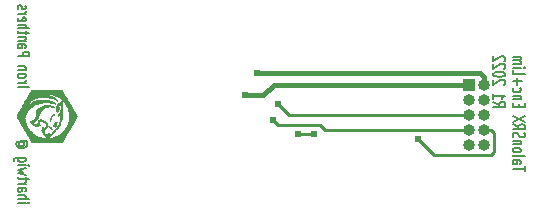
<source format=gbr>
%TF.GenerationSoftware,KiCad,Pcbnew,(5.1.6-0)*%
%TF.CreationDate,2022-05-02T22:36:42-07:00*%
%TF.ProjectId,talonsrx-enc-limit-ftc,74616c6f-6e73-4727-982d-656e632d6c69,rev?*%
%TF.SameCoordinates,PX695f190PY69fa208*%
%TF.FileFunction,Copper,L2,Bot*%
%TF.FilePolarity,Positive*%
%FSLAX46Y46*%
G04 Gerber Fmt 4.6, Leading zero omitted, Abs format (unit mm)*
G04 Created by KiCad (PCBNEW (5.1.6-0)) date 2022-05-02 22:36:42*
%MOMM*%
%LPD*%
G01*
G04 APERTURE LIST*
%TA.AperFunction,NonConductor*%
%ADD10C,0.152400*%
%TD*%
%TA.AperFunction,EtchedComponent*%
%ADD11C,0.010000*%
%TD*%
%TA.AperFunction,ComponentPad*%
%ADD12R,1.000000X1.000000*%
%TD*%
%TA.AperFunction,ComponentPad*%
%ADD13O,1.000000X1.000000*%
%TD*%
%TA.AperFunction,ViaPad*%
%ADD14C,0.609600*%
%TD*%
%TA.AperFunction,Conductor*%
%ADD15C,0.254000*%
%TD*%
%TA.AperFunction,Conductor*%
%ADD16C,0.457200*%
%TD*%
G04 APERTURE END LIST*
D10*
X43483819Y9211274D02*
X43483819Y9611274D01*
X42483819Y9411274D02*
X43483819Y9411274D01*
X42483819Y10144607D02*
X43007628Y10144607D01*
X43102866Y10111274D01*
X43150485Y10044607D01*
X43150485Y9911274D01*
X43102866Y9844607D01*
X42531438Y10144607D02*
X42483819Y10077940D01*
X42483819Y9911274D01*
X42531438Y9844607D01*
X42626676Y9811274D01*
X42721914Y9811274D01*
X42817152Y9844607D01*
X42864771Y9911274D01*
X42864771Y10077940D01*
X42912390Y10144607D01*
X42483819Y10577940D02*
X42531438Y10511274D01*
X42626676Y10477940D01*
X43483819Y10477940D01*
X42483819Y10944607D02*
X42531438Y10877940D01*
X42579057Y10844607D01*
X42674295Y10811274D01*
X42960009Y10811274D01*
X43055247Y10844607D01*
X43102866Y10877940D01*
X43150485Y10944607D01*
X43150485Y11044607D01*
X43102866Y11111274D01*
X43055247Y11144607D01*
X42960009Y11177940D01*
X42674295Y11177940D01*
X42579057Y11144607D01*
X42531438Y11111274D01*
X42483819Y11044607D01*
X42483819Y10944607D01*
X43150485Y11477940D02*
X42483819Y11477940D01*
X43055247Y11477940D02*
X43102866Y11511274D01*
X43150485Y11577940D01*
X43150485Y11677940D01*
X43102866Y11744607D01*
X43007628Y11777940D01*
X42483819Y11777940D01*
X42531438Y12077940D02*
X42483819Y12177940D01*
X42483819Y12344607D01*
X42531438Y12411274D01*
X42579057Y12444607D01*
X42674295Y12477940D01*
X42769533Y12477940D01*
X42864771Y12444607D01*
X42912390Y12411274D01*
X42960009Y12344607D01*
X43007628Y12211274D01*
X43055247Y12144607D01*
X43102866Y12111274D01*
X43198104Y12077940D01*
X43293342Y12077940D01*
X43388580Y12111274D01*
X43436200Y12144607D01*
X43483819Y12211274D01*
X43483819Y12377940D01*
X43436200Y12477940D01*
X42483819Y13177940D02*
X42960009Y12944607D01*
X42483819Y12777940D02*
X43483819Y12777940D01*
X43483819Y13044607D01*
X43436200Y13111274D01*
X43388580Y13144607D01*
X43293342Y13177940D01*
X43150485Y13177940D01*
X43055247Y13144607D01*
X43007628Y13111274D01*
X42960009Y13044607D01*
X42960009Y12777940D01*
X43483819Y13411274D02*
X42483819Y13877940D01*
X43483819Y13877940D02*
X42483819Y13411274D01*
X43007628Y14677940D02*
X43007628Y14911274D01*
X42483819Y15011274D02*
X42483819Y14677940D01*
X43483819Y14677940D01*
X43483819Y15011274D01*
X43150485Y15311274D02*
X42483819Y15311274D01*
X43055247Y15311274D02*
X43102866Y15344607D01*
X43150485Y15411274D01*
X43150485Y15511274D01*
X43102866Y15577940D01*
X43007628Y15611274D01*
X42483819Y15611274D01*
X42531438Y16244607D02*
X42483819Y16177940D01*
X42483819Y16044607D01*
X42531438Y15977940D01*
X42579057Y15944607D01*
X42674295Y15911274D01*
X42960009Y15911274D01*
X43055247Y15944607D01*
X43102866Y15977940D01*
X43150485Y16044607D01*
X43150485Y16177940D01*
X43102866Y16244607D01*
X42864771Y16544607D02*
X42864771Y17077940D01*
X42483819Y16811274D02*
X43245723Y16811274D01*
X42483819Y17744607D02*
X42483819Y17411274D01*
X43483819Y17411274D01*
X42483819Y17977940D02*
X43150485Y17977940D01*
X43483819Y17977940D02*
X43436200Y17944607D01*
X43388580Y17977940D01*
X43436200Y18011274D01*
X43483819Y17977940D01*
X43388580Y17977940D01*
X42483819Y18311274D02*
X43150485Y18311274D01*
X43055247Y18311274D02*
X43102866Y18344607D01*
X43150485Y18411274D01*
X43150485Y18511274D01*
X43102866Y18577940D01*
X43007628Y18611274D01*
X42483819Y18611274D01*
X43007628Y18611274D02*
X43102866Y18644607D01*
X43150485Y18711274D01*
X43150485Y18811274D01*
X43102866Y18877940D01*
X43007628Y18911274D01*
X42483819Y18911274D01*
X40831419Y15077940D02*
X41307609Y14844607D01*
X40831419Y14677940D02*
X41831419Y14677940D01*
X41831419Y14944607D01*
X41783800Y15011274D01*
X41736180Y15044607D01*
X41640942Y15077940D01*
X41498085Y15077940D01*
X41402847Y15044607D01*
X41355228Y15011274D01*
X41307609Y14944607D01*
X41307609Y14677940D01*
X40831419Y15744607D02*
X40831419Y15344607D01*
X40831419Y15544607D02*
X41831419Y15544607D01*
X41688561Y15477940D01*
X41593323Y15411274D01*
X41545704Y15344607D01*
X41736180Y16544607D02*
X41783800Y16577940D01*
X41831419Y16644607D01*
X41831419Y16811274D01*
X41783800Y16877940D01*
X41736180Y16911274D01*
X41640942Y16944607D01*
X41545704Y16944607D01*
X41402847Y16911274D01*
X40831419Y16511274D01*
X40831419Y16944607D01*
X41831419Y17377940D02*
X41831419Y17444607D01*
X41783800Y17511274D01*
X41736180Y17544607D01*
X41640942Y17577940D01*
X41450466Y17611274D01*
X41212371Y17611274D01*
X41021895Y17577940D01*
X40926657Y17544607D01*
X40879038Y17511274D01*
X40831419Y17444607D01*
X40831419Y17377940D01*
X40879038Y17311274D01*
X40926657Y17277940D01*
X41021895Y17244607D01*
X41212371Y17211274D01*
X41450466Y17211274D01*
X41640942Y17244607D01*
X41736180Y17277940D01*
X41783800Y17311274D01*
X41831419Y17377940D01*
X41736180Y17877940D02*
X41783800Y17911274D01*
X41831419Y17977940D01*
X41831419Y18144607D01*
X41783800Y18211274D01*
X41736180Y18244607D01*
X41640942Y18277940D01*
X41545704Y18277940D01*
X41402847Y18244607D01*
X40831419Y17844607D01*
X40831419Y18277940D01*
X41736180Y18544607D02*
X41783800Y18577940D01*
X41831419Y18644607D01*
X41831419Y18811274D01*
X41783800Y18877940D01*
X41736180Y18911274D01*
X41640942Y18944607D01*
X41545704Y18944607D01*
X41402847Y18911274D01*
X40831419Y18511274D01*
X40831419Y18944607D01*
X557619Y6541667D02*
X1224285Y6541667D01*
X1557619Y6541667D02*
X1510000Y6508334D01*
X1462380Y6541667D01*
X1510000Y6575000D01*
X1557619Y6541667D01*
X1462380Y6541667D01*
X557619Y6875000D02*
X1557619Y6875000D01*
X557619Y7175000D02*
X1081428Y7175000D01*
X1176666Y7141667D01*
X1224285Y7075000D01*
X1224285Y6975000D01*
X1176666Y6908334D01*
X1129047Y6875000D01*
X557619Y7808334D02*
X1081428Y7808334D01*
X1176666Y7775000D01*
X1224285Y7708334D01*
X1224285Y7575000D01*
X1176666Y7508334D01*
X605238Y7808334D02*
X557619Y7741667D01*
X557619Y7575000D01*
X605238Y7508334D01*
X700476Y7475000D01*
X795714Y7475000D01*
X890952Y7508334D01*
X938571Y7575000D01*
X938571Y7741667D01*
X986190Y7808334D01*
X557619Y8141667D02*
X1224285Y8141667D01*
X1033809Y8141667D02*
X1129047Y8175000D01*
X1176666Y8208334D01*
X1224285Y8275000D01*
X1224285Y8341667D01*
X1224285Y8475000D02*
X1224285Y8741667D01*
X1557619Y8575000D02*
X700476Y8575000D01*
X605238Y8608334D01*
X557619Y8675000D01*
X557619Y8741667D01*
X1224285Y8908334D02*
X557619Y9041667D01*
X1033809Y9175000D01*
X557619Y9308334D01*
X1224285Y9441667D01*
X557619Y9708334D02*
X1224285Y9708334D01*
X1557619Y9708334D02*
X1510000Y9675000D01*
X1462380Y9708334D01*
X1510000Y9741667D01*
X1557619Y9708334D01*
X1462380Y9708334D01*
X1224285Y10341667D02*
X414761Y10341667D01*
X319523Y10308334D01*
X271904Y10275000D01*
X224285Y10208334D01*
X224285Y10108334D01*
X271904Y10041667D01*
X605238Y10341667D02*
X557619Y10275000D01*
X557619Y10141667D01*
X605238Y10075000D01*
X652857Y10041667D01*
X748095Y10008334D01*
X1033809Y10008334D01*
X1129047Y10041667D01*
X1176666Y10075000D01*
X1224285Y10141667D01*
X1224285Y10275000D01*
X1176666Y10341667D01*
X1033809Y11641667D02*
X1081428Y11608334D01*
X1129047Y11541667D01*
X1129047Y11475000D01*
X1081428Y11408334D01*
X1033809Y11375000D01*
X938571Y11341667D01*
X843333Y11341667D01*
X748095Y11375000D01*
X700476Y11408334D01*
X652857Y11475000D01*
X652857Y11541667D01*
X700476Y11608334D01*
X748095Y11641667D01*
X1129047Y11641667D02*
X748095Y11641667D01*
X700476Y11675000D01*
X700476Y11708334D01*
X748095Y11775000D01*
X843333Y11808334D01*
X1081428Y11808334D01*
X1224285Y11741667D01*
X1319523Y11641667D01*
X1367142Y11508334D01*
X1319523Y11375000D01*
X1224285Y11275000D01*
X1081428Y11208334D01*
X890952Y11175000D01*
X700476Y11208334D01*
X557619Y11275000D01*
X462380Y11375000D01*
X414761Y11508334D01*
X462380Y11641667D01*
X557619Y11741667D01*
X557619Y16375000D02*
X1557619Y16375000D01*
X557619Y16708334D02*
X1224285Y16708334D01*
X1033809Y16708334D02*
X1129047Y16741667D01*
X1176666Y16775000D01*
X1224285Y16841667D01*
X1224285Y16908334D01*
X557619Y17241667D02*
X605238Y17175000D01*
X652857Y17141667D01*
X748095Y17108334D01*
X1033809Y17108334D01*
X1129047Y17141667D01*
X1176666Y17175000D01*
X1224285Y17241667D01*
X1224285Y17341667D01*
X1176666Y17408334D01*
X1129047Y17441667D01*
X1033809Y17475000D01*
X748095Y17475000D01*
X652857Y17441667D01*
X605238Y17408334D01*
X557619Y17341667D01*
X557619Y17241667D01*
X1224285Y17775000D02*
X557619Y17775000D01*
X1129047Y17775000D02*
X1176666Y17808334D01*
X1224285Y17875000D01*
X1224285Y17975000D01*
X1176666Y18041667D01*
X1081428Y18075000D01*
X557619Y18075000D01*
X557619Y18941667D02*
X1557619Y18941667D01*
X1557619Y19208334D01*
X1510000Y19275000D01*
X1462380Y19308334D01*
X1367142Y19341667D01*
X1224285Y19341667D01*
X1129047Y19308334D01*
X1081428Y19275000D01*
X1033809Y19208334D01*
X1033809Y18941667D01*
X557619Y19941667D02*
X1081428Y19941667D01*
X1176666Y19908334D01*
X1224285Y19841667D01*
X1224285Y19708334D01*
X1176666Y19641667D01*
X605238Y19941667D02*
X557619Y19875000D01*
X557619Y19708334D01*
X605238Y19641667D01*
X700476Y19608334D01*
X795714Y19608334D01*
X890952Y19641667D01*
X938571Y19708334D01*
X938571Y19875000D01*
X986190Y19941667D01*
X1224285Y20275000D02*
X557619Y20275000D01*
X1129047Y20275000D02*
X1176666Y20308334D01*
X1224285Y20375000D01*
X1224285Y20475000D01*
X1176666Y20541667D01*
X1081428Y20575000D01*
X557619Y20575000D01*
X1224285Y20808334D02*
X1224285Y21075000D01*
X1557619Y20908334D02*
X700476Y20908334D01*
X605238Y20941667D01*
X557619Y21008334D01*
X557619Y21075000D01*
X557619Y21308334D02*
X1557619Y21308334D01*
X557619Y21608334D02*
X1081428Y21608334D01*
X1176666Y21575000D01*
X1224285Y21508334D01*
X1224285Y21408334D01*
X1176666Y21341667D01*
X1129047Y21308334D01*
X605238Y22208334D02*
X557619Y22141667D01*
X557619Y22008334D01*
X605238Y21941667D01*
X700476Y21908334D01*
X1081428Y21908334D01*
X1176666Y21941667D01*
X1224285Y22008334D01*
X1224285Y22141667D01*
X1176666Y22208334D01*
X1081428Y22241667D01*
X986190Y22241667D01*
X890952Y21908334D01*
X557619Y22541667D02*
X1224285Y22541667D01*
X1033809Y22541667D02*
X1129047Y22575000D01*
X1176666Y22608334D01*
X1224285Y22675000D01*
X1224285Y22741667D01*
X605238Y22941667D02*
X557619Y23008334D01*
X557619Y23141667D01*
X605238Y23208334D01*
X700476Y23241667D01*
X748095Y23241667D01*
X843333Y23208334D01*
X890952Y23141667D01*
X890952Y23041667D01*
X938571Y22975000D01*
X1033809Y22941667D01*
X1081428Y22941667D01*
X1176666Y22975000D01*
X1224285Y23041667D01*
X1224285Y23141667D01*
X1176666Y23208334D01*
D11*
%TO.C,G\u002A\u002A\u002A*%
G36*
X3843412Y13359050D02*
G01*
X3829237Y13363955D01*
X3805648Y13360620D01*
X3793404Y13356902D01*
X3756072Y13340248D01*
X3718952Y13316755D01*
X3686978Y13289782D01*
X3674251Y13275777D01*
X3663353Y13261581D01*
X3647646Y13240221D01*
X3628709Y13213942D01*
X3608120Y13184985D01*
X3587458Y13155595D01*
X3568303Y13128014D01*
X3552232Y13104486D01*
X3540827Y13087253D01*
X3536204Y13079662D01*
X3533311Y13070714D01*
X3534898Y13068550D01*
X3542455Y13071884D01*
X3556321Y13080337D01*
X3564242Y13085666D01*
X3588942Y13102783D01*
X3609034Y13079890D01*
X3634650Y13055024D01*
X3660816Y13039811D01*
X3691854Y13031776D01*
X3693480Y13031537D01*
X3711616Y13028379D01*
X3721373Y13023200D01*
X3726670Y13012301D01*
X3730391Y12996700D01*
X3735334Y12979121D01*
X3740527Y12968128D01*
X3742989Y12966258D01*
X3745924Y12972121D01*
X3751545Y12988475D01*
X3759353Y13013515D01*
X3768850Y13045437D01*
X3779536Y13082437D01*
X3790912Y13122712D01*
X3802479Y13164457D01*
X3813739Y13205869D01*
X3824192Y13245144D01*
X3833339Y13280477D01*
X3840681Y13310065D01*
X3845720Y13332104D01*
X3847955Y13344790D01*
X3848021Y13345934D01*
X3843412Y13359050D01*
G37*
X3843412Y13359050D02*
X3829237Y13363955D01*
X3805648Y13360620D01*
X3793404Y13356902D01*
X3756072Y13340248D01*
X3718952Y13316755D01*
X3686978Y13289782D01*
X3674251Y13275777D01*
X3663353Y13261581D01*
X3647646Y13240221D01*
X3628709Y13213942D01*
X3608120Y13184985D01*
X3587458Y13155595D01*
X3568303Y13128014D01*
X3552232Y13104486D01*
X3540827Y13087253D01*
X3536204Y13079662D01*
X3533311Y13070714D01*
X3534898Y13068550D01*
X3542455Y13071884D01*
X3556321Y13080337D01*
X3564242Y13085666D01*
X3588942Y13102783D01*
X3609034Y13079890D01*
X3634650Y13055024D01*
X3660816Y13039811D01*
X3691854Y13031776D01*
X3693480Y13031537D01*
X3711616Y13028379D01*
X3721373Y13023200D01*
X3726670Y13012301D01*
X3730391Y12996700D01*
X3735334Y12979121D01*
X3740527Y12968128D01*
X3742989Y12966258D01*
X3745924Y12972121D01*
X3751545Y12988475D01*
X3759353Y13013515D01*
X3768850Y13045437D01*
X3779536Y13082437D01*
X3790912Y13122712D01*
X3802479Y13164457D01*
X3813739Y13205869D01*
X3824192Y13245144D01*
X3833339Y13280477D01*
X3840681Y13310065D01*
X3845720Y13332104D01*
X3847955Y13344790D01*
X3848021Y13345934D01*
X3843412Y13359050D01*
G36*
X3672258Y14085243D02*
G01*
X3665000Y14082339D01*
X3650380Y14073709D01*
X3627270Y14058786D01*
X3604897Y14043934D01*
X3569040Y14020362D01*
X3527146Y13993407D01*
X3484091Y13966176D01*
X3444753Y13941776D01*
X3439713Y13938698D01*
X3406485Y13918193D01*
X3382776Y13902792D01*
X3367079Y13891303D01*
X3357884Y13882533D01*
X3353683Y13875289D01*
X3352900Y13870084D01*
X3351298Y13853742D01*
X3346785Y13827048D01*
X3339805Y13791900D01*
X3330800Y13750196D01*
X3320212Y13703833D01*
X3308486Y13654710D01*
X3296062Y13604725D01*
X3283384Y13555774D01*
X3270895Y13509756D01*
X3259992Y13471775D01*
X3258837Y13463535D01*
X3262847Y13465425D01*
X3268219Y13473337D01*
X3277881Y13490110D01*
X3290438Y13513247D01*
X3303841Y13538960D01*
X3325313Y13584948D01*
X3346622Y13637769D01*
X3366337Y13693303D01*
X3383025Y13747427D01*
X3395252Y13796018D01*
X3398026Y13809930D01*
X3402696Y13833746D01*
X3407612Y13849064D01*
X3415293Y13859883D01*
X3428256Y13870202D01*
X3441594Y13879120D01*
X3482122Y13907296D01*
X3523718Y13938861D01*
X3564276Y13971995D01*
X3601694Y14004876D01*
X3633867Y14035681D01*
X3658690Y14062591D01*
X3669190Y14076123D01*
X3673279Y14082983D01*
X3672258Y14085243D01*
G37*
X3672258Y14085243D02*
X3665000Y14082339D01*
X3650380Y14073709D01*
X3627270Y14058786D01*
X3604897Y14043934D01*
X3569040Y14020362D01*
X3527146Y13993407D01*
X3484091Y13966176D01*
X3444753Y13941776D01*
X3439713Y13938698D01*
X3406485Y13918193D01*
X3382776Y13902792D01*
X3367079Y13891303D01*
X3357884Y13882533D01*
X3353683Y13875289D01*
X3352900Y13870084D01*
X3351298Y13853742D01*
X3346785Y13827048D01*
X3339805Y13791900D01*
X3330800Y13750196D01*
X3320212Y13703833D01*
X3308486Y13654710D01*
X3296062Y13604725D01*
X3283384Y13555774D01*
X3270895Y13509756D01*
X3259992Y13471775D01*
X3258837Y13463535D01*
X3262847Y13465425D01*
X3268219Y13473337D01*
X3277881Y13490110D01*
X3290438Y13513247D01*
X3303841Y13538960D01*
X3325313Y13584948D01*
X3346622Y13637769D01*
X3366337Y13693303D01*
X3383025Y13747427D01*
X3395252Y13796018D01*
X3398026Y13809930D01*
X3402696Y13833746D01*
X3407612Y13849064D01*
X3415293Y13859883D01*
X3428256Y13870202D01*
X3441594Y13879120D01*
X3482122Y13907296D01*
X3523718Y13938861D01*
X3564276Y13971995D01*
X3601694Y14004876D01*
X3633867Y14035681D01*
X3658690Y14062591D01*
X3669190Y14076123D01*
X3673279Y14082983D01*
X3672258Y14085243D01*
G36*
X3419695Y12826779D02*
G01*
X3411781Y12843267D01*
X3400891Y12863631D01*
X3388906Y12884427D01*
X3377706Y12902210D01*
X3372637Y12909362D01*
X3350275Y12933067D01*
X3320498Y12956972D01*
X3287815Y12977952D01*
X3256737Y12992883D01*
X3247734Y12995911D01*
X3220689Y13001415D01*
X3191502Y13003942D01*
X3180228Y13003807D01*
X3146525Y13001875D01*
X3179736Y12993383D01*
X3214565Y12980320D01*
X3250980Y12959797D01*
X3284118Y12934948D01*
X3307440Y12911076D01*
X3320494Y12892672D01*
X3334521Y12869898D01*
X3347737Y12846061D01*
X3358357Y12824468D01*
X3364598Y12808425D01*
X3365520Y12803437D01*
X3369738Y12796059D01*
X3372154Y12795500D01*
X3382466Y12797790D01*
X3397232Y12803291D01*
X3411746Y12809946D01*
X3421302Y12815697D01*
X3422750Y12817612D01*
X3419695Y12826779D01*
G37*
X3419695Y12826779D02*
X3411781Y12843267D01*
X3400891Y12863631D01*
X3388906Y12884427D01*
X3377706Y12902210D01*
X3372637Y12909362D01*
X3350275Y12933067D01*
X3320498Y12956972D01*
X3287815Y12977952D01*
X3256737Y12992883D01*
X3247734Y12995911D01*
X3220689Y13001415D01*
X3191502Y13003942D01*
X3180228Y13003807D01*
X3146525Y13001875D01*
X3179736Y12993383D01*
X3214565Y12980320D01*
X3250980Y12959797D01*
X3284118Y12934948D01*
X3307440Y12911076D01*
X3320494Y12892672D01*
X3334521Y12869898D01*
X3347737Y12846061D01*
X3358357Y12824468D01*
X3364598Y12808425D01*
X3365520Y12803437D01*
X3369738Y12796059D01*
X3372154Y12795500D01*
X3382466Y12797790D01*
X3397232Y12803291D01*
X3411746Y12809946D01*
X3421302Y12815697D01*
X3422750Y12817612D01*
X3419695Y12826779D01*
G36*
X4342862Y14776534D02*
G01*
X4332599Y14917426D01*
X4316797Y15049610D01*
X4309800Y15094268D01*
X4304151Y15122862D01*
X4297286Y15140589D01*
X4287075Y15148413D01*
X4271387Y15147300D01*
X4248092Y15138216D01*
X4230932Y15130008D01*
X4173507Y15098469D01*
X4115257Y15060439D01*
X4058462Y15017816D01*
X4005401Y14972501D01*
X3958356Y14926394D01*
X3919604Y14881393D01*
X3900705Y14854824D01*
X3877904Y14811837D01*
X3857602Y14757922D01*
X3840350Y14694699D01*
X3831090Y14649700D01*
X3825886Y14612773D01*
X3822183Y14569223D01*
X3819979Y14521797D01*
X3819270Y14473243D01*
X3820056Y14426308D01*
X3822333Y14383739D01*
X3826100Y14348286D01*
X3831354Y14322694D01*
X3831360Y14322675D01*
X3842617Y14293423D01*
X3855883Y14271333D01*
X3869716Y14258457D01*
X3878154Y14256000D01*
X3886958Y14260091D01*
X3901531Y14270793D01*
X3917947Y14285092D01*
X3944501Y14315869D01*
X3970474Y14357162D01*
X3994852Y14406795D01*
X4016621Y14462594D01*
X4034766Y14522381D01*
X4041503Y14550111D01*
X4045601Y14571954D01*
X4049276Y14597665D01*
X4052160Y14623639D01*
X4053884Y14646276D01*
X4054079Y14661975D01*
X4053399Y14666351D01*
X4044800Y14673925D01*
X4030593Y14672924D01*
X4017446Y14665809D01*
X4002270Y14659900D01*
X3989840Y14665237D01*
X3985284Y14672759D01*
X3986230Y14685782D01*
X3995304Y14708124D01*
X4012349Y14739479D01*
X4037207Y14779542D01*
X4051035Y14800532D01*
X4079079Y14840057D01*
X4102786Y14868052D01*
X4122570Y14884764D01*
X4138847Y14890441D01*
X4152028Y14885330D01*
X4162529Y14869681D01*
X4163362Y14867752D01*
X4172661Y14841426D01*
X4180094Y14810648D01*
X4185872Y14773748D01*
X4190206Y14729059D01*
X4193306Y14674912D01*
X4195261Y14614775D01*
X4196242Y14541493D01*
X4195071Y14478764D01*
X4191285Y14424552D01*
X4184422Y14376823D01*
X4174020Y14333542D01*
X4159616Y14292674D01*
X4140749Y14252184D01*
X4116957Y14210039D01*
X4095640Y14176177D01*
X4056977Y14115044D01*
X4026562Y14063111D01*
X4004238Y14020059D01*
X3989846Y13985568D01*
X3983228Y13959319D01*
X3982834Y13948414D01*
X3986877Y13929204D01*
X3995804Y13921070D01*
X4010294Y13923867D01*
X4031024Y13937451D01*
X4031685Y13937972D01*
X4052200Y13952162D01*
X4077157Y13966681D01*
X4090353Y13973314D01*
X4116734Y13984486D01*
X4135707Y13988957D01*
X4148280Y13985643D01*
X4155459Y13973461D01*
X4158253Y13951326D01*
X4157667Y13918155D01*
X4156734Y13901888D01*
X4152410Y13845568D01*
X4146302Y13782604D01*
X4138737Y13715344D01*
X4130043Y13646136D01*
X4120546Y13577328D01*
X4110574Y13511268D01*
X4100454Y13450305D01*
X4090515Y13396786D01*
X4081082Y13353059D01*
X4079069Y13344831D01*
X4056597Y13266855D01*
X4029433Y13194571D01*
X3996529Y13126340D01*
X3956832Y13060525D01*
X3909294Y12995488D01*
X3852864Y12929592D01*
X3786492Y12861198D01*
X3741402Y12818228D01*
X3694804Y12774145D01*
X3656097Y12735581D01*
X3623214Y12700177D01*
X3594086Y12665571D01*
X3566645Y12629403D01*
X3538823Y12589313D01*
X3532359Y12579600D01*
X3493857Y12522345D01*
X3459742Y12474133D01*
X3428181Y12432937D01*
X3397340Y12396728D01*
X3365386Y12363475D01*
X3330487Y12331151D01*
X3290809Y12297727D01*
X3244950Y12261508D01*
X3204295Y12230608D01*
X3172039Y12207333D01*
X3147041Y12190928D01*
X3128159Y12180637D01*
X3115750Y12176052D01*
X3104967Y12174676D01*
X3100087Y12178166D01*
X3101452Y12187689D01*
X3109401Y12204411D01*
X3124274Y12229500D01*
X3137293Y12250034D01*
X3154498Y12277459D01*
X3170431Y12304052D01*
X3182963Y12326198D01*
X3188558Y12337091D01*
X3201430Y12364457D01*
X3185094Y12385874D01*
X3169897Y12402912D01*
X3155536Y12410588D01*
X3138953Y12409174D01*
X3117087Y12398944D01*
X3106880Y12392878D01*
X3055308Y12367621D01*
X3003497Y12354894D01*
X2951887Y12354726D01*
X2900917Y12367149D01*
X2878464Y12376779D01*
X2839146Y12401267D01*
X2810457Y12431605D01*
X2791962Y12468614D01*
X2783226Y12513116D01*
X2783103Y12556762D01*
X2792141Y12615562D01*
X2811873Y12677159D01*
X2842551Y12742086D01*
X2884427Y12810878D01*
X2937754Y12884068D01*
X2937782Y12884103D01*
X2977923Y12937534D01*
X3009462Y12984482D01*
X3033487Y13026674D01*
X3049440Y13061652D01*
X3057068Y13088358D01*
X3062148Y13121671D01*
X3064620Y13158068D01*
X3064422Y13194027D01*
X3061495Y13226024D01*
X3055778Y13250537D01*
X3052804Y13257261D01*
X3039365Y13275550D01*
X3016672Y13299291D01*
X2986288Y13327287D01*
X2949779Y13358341D01*
X2908711Y13391255D01*
X2864647Y13424832D01*
X2819153Y13457875D01*
X2773795Y13489187D01*
X2730137Y13517570D01*
X2689744Y13541826D01*
X2659564Y13558096D01*
X2606200Y13581701D01*
X2558200Y13595763D01*
X2513247Y13600851D01*
X2489250Y13600054D01*
X2444241Y13593733D01*
X2406031Y13582129D01*
X2373241Y13564010D01*
X2344488Y13538145D01*
X2318392Y13503302D01*
X2293571Y13458251D01*
X2269705Y13404363D01*
X2253224Y13364523D01*
X2239972Y13334146D01*
X2228605Y13310848D01*
X2217779Y13292246D01*
X2206150Y13275954D01*
X2192374Y13259588D01*
X2181160Y13247272D01*
X2150204Y13217182D01*
X2121576Y13197445D01*
X2092503Y13186779D01*
X2060213Y13183906D01*
X2045507Y13184675D01*
X1991668Y13193987D01*
X1946673Y13212257D01*
X1910190Y13239662D01*
X1885383Y13270650D01*
X1872275Y13299113D01*
X1866681Y13329035D01*
X1869130Y13356160D01*
X1873408Y13367108D01*
X1881093Y13375428D01*
X1896950Y13388709D01*
X1918513Y13404981D01*
X1938496Y13419022D01*
X1966424Y13439706D01*
X1999476Y13466824D01*
X2034211Y13497434D01*
X2067187Y13528594D01*
X2070674Y13532044D01*
X2109976Y13572860D01*
X2145337Y13613672D01*
X2177709Y13656083D01*
X2208045Y13701697D01*
X2237298Y13752117D01*
X2266421Y13808947D01*
X2296366Y13873790D01*
X2328087Y13948251D01*
X2349882Y14002000D01*
X2367285Y14044773D01*
X2385391Y14087849D01*
X2402929Y14128303D01*
X2418630Y14163215D01*
X2431222Y14189662D01*
X2432835Y14192856D01*
X2458879Y14239281D01*
X2488952Y14283693D01*
X2524247Y14327339D01*
X2565955Y14371468D01*
X2615271Y14417328D01*
X2673386Y14466168D01*
X2741492Y14519235D01*
X2752825Y14527773D01*
X2818999Y14574594D01*
X2880845Y14611882D01*
X2941017Y14640713D01*
X3002166Y14662163D01*
X3066948Y14677310D01*
X3138014Y14687228D01*
X3148391Y14688240D01*
X3210258Y14690981D01*
X3280157Y14688926D01*
X3354533Y14682481D01*
X3429830Y14672050D01*
X3502494Y14658038D01*
X3568971Y14640850D01*
X3571667Y14640037D01*
X3590793Y14634775D01*
X3602061Y14633833D01*
X3609562Y14637229D01*
X3612835Y14640212D01*
X3618491Y14650445D01*
X3614733Y14661710D01*
X3600742Y14675124D01*
X3575701Y14691804D01*
X3574467Y14692549D01*
X3498803Y14731539D01*
X3414339Y14763213D01*
X3322803Y14787364D01*
X3225920Y14803781D01*
X3125416Y14812256D01*
X3023020Y14812579D01*
X2920456Y14804543D01*
X2819451Y14787938D01*
X2807542Y14785365D01*
X2735488Y14767195D01*
X2665860Y14744829D01*
X2594810Y14716879D01*
X2518488Y14681955D01*
X2511525Y14678568D01*
X2461077Y14652355D01*
X2407362Y14621684D01*
X2352426Y14587942D01*
X2298313Y14552518D01*
X2247069Y14516803D01*
X2200737Y14482183D01*
X2161363Y14450049D01*
X2130991Y14421789D01*
X2126416Y14416981D01*
X2109606Y14398875D01*
X2125835Y14338550D01*
X2132567Y14311671D01*
X2137208Y14287409D01*
X2140145Y14262164D01*
X2141764Y14232336D01*
X2142450Y14194326D01*
X2142522Y14182975D01*
X2142197Y14135806D01*
X2140304Y14096987D01*
X2136226Y14062201D01*
X2129347Y14027134D01*
X2119053Y13987470D01*
X2110348Y13957550D01*
X2097619Y13919112D01*
X2081248Y13875917D01*
X2062635Y13831158D01*
X2043180Y13788029D01*
X2024282Y13749722D01*
X2007342Y13719433D01*
X2003018Y13712640D01*
X1959679Y13657900D01*
X1905710Y13607611D01*
X1842718Y13562829D01*
X1772311Y13524609D01*
X1696098Y13494006D01*
X1648468Y13479798D01*
X1617933Y13471309D01*
X1597931Y13464206D01*
X1586519Y13457514D01*
X1581751Y13450261D01*
X1581250Y13446147D01*
X1584826Y13437857D01*
X1594474Y13422005D01*
X1608575Y13401135D01*
X1620149Y13385012D01*
X1673641Y13319654D01*
X1735852Y13256339D01*
X1803928Y13197492D01*
X1875013Y13145540D01*
X1946252Y13102909D01*
X1961125Y13095288D01*
X1991817Y13080742D01*
X2015661Y13071468D01*
X2036700Y13066205D01*
X2058974Y13063686D01*
X2062909Y13063454D01*
X2088631Y13062985D01*
X2108248Y13065792D01*
X2128212Y13073228D01*
X2142327Y13080111D01*
X2179528Y13099030D01*
X2226300Y13073802D01*
X2258670Y13058340D01*
X2282237Y13051704D01*
X2297299Y13053860D01*
X2304133Y13064667D01*
X2302496Y13075328D01*
X2296227Y13094186D01*
X2286447Y13118112D01*
X2279566Y13133168D01*
X2268425Y13157311D01*
X2260054Y13176807D01*
X2255517Y13189096D01*
X2255118Y13191996D01*
X2260869Y13189438D01*
X2274420Y13180683D01*
X2293491Y13167257D01*
X2307580Y13156887D01*
X2338516Y13134985D01*
X2368106Y13116264D01*
X2394368Y13101784D01*
X2415321Y13092602D01*
X2428983Y13089776D01*
X2431816Y13090568D01*
X2436609Y13095328D01*
X2437171Y13102536D01*
X2432724Y13113906D01*
X2422489Y13131155D01*
X2405686Y13156000D01*
X2395584Y13170385D01*
X2375890Y13199109D01*
X2356664Y13228640D01*
X2340513Y13254897D01*
X2332377Y13269250D01*
X2311979Y13307555D01*
X2333993Y13340243D01*
X2372157Y13387906D01*
X2415099Y13424084D01*
X2463691Y13449238D01*
X2518806Y13463824D01*
X2578200Y13468310D01*
X2632893Y13462258D01*
X2687827Y13444920D01*
X2741562Y13417601D01*
X2792657Y13381603D01*
X2839673Y13338229D01*
X2881168Y13288784D01*
X2915702Y13234569D01*
X2941835Y13176889D01*
X2956348Y13126196D01*
X2961274Y13088634D01*
X2959674Y13051405D01*
X2950997Y13012507D01*
X2934692Y12969938D01*
X2910210Y12921696D01*
X2891047Y12888665D01*
X2878666Y12869005D01*
X2869784Y12858372D01*
X2861868Y12854619D01*
X2852380Y12855600D01*
X2852076Y12855672D01*
X2824005Y12865303D01*
X2788242Y12882171D01*
X2746739Y12905248D01*
X2701447Y12933505D01*
X2690070Y12941050D01*
X2659034Y12961790D01*
X2636733Y12976219D01*
X2621369Y12985122D01*
X2611141Y12989282D01*
X2604252Y12989482D01*
X2598902Y12986505D01*
X2594724Y12982565D01*
X2588816Y12972686D01*
X2587481Y12958060D01*
X2590967Y12936866D01*
X2599518Y12907283D01*
X2608432Y12881225D01*
X2633024Y12820771D01*
X2664208Y12760363D01*
X2693346Y12712315D01*
X2707040Y12690415D01*
X2717624Y12672506D01*
X2723533Y12661283D01*
X2724250Y12659102D01*
X2718825Y12655487D01*
X2704260Y12656206D01*
X2683119Y12660667D01*
X2657968Y12668276D01*
X2631372Y12678443D01*
X2621377Y12682872D01*
X2595736Y12694095D01*
X2579120Y12699614D01*
X2569495Y12699978D01*
X2566064Y12697754D01*
X2565623Y12687771D01*
X2572855Y12669664D01*
X2586971Y12644779D01*
X2607182Y12614459D01*
X2632699Y12580050D01*
X2642435Y12567668D01*
X2659848Y12545493D01*
X2670785Y12529670D01*
X2676752Y12516673D01*
X2679253Y12502975D01*
X2679795Y12485051D01*
X2679800Y12480152D01*
X2681481Y12449913D01*
X2687503Y12423859D01*
X2699339Y12398243D01*
X2718462Y12369316D01*
X2728674Y12355727D01*
X2777093Y12297397D01*
X2827882Y12244697D01*
X2879675Y12198682D01*
X2931105Y12160409D01*
X2980806Y12130933D01*
X3027411Y12111313D01*
X3053436Y12104688D01*
X3082272Y12101218D01*
X3108024Y12102808D01*
X3133499Y12110386D01*
X3161503Y12124883D01*
X3194843Y12147226D01*
X3205480Y12154988D01*
X3296197Y12224816D01*
X3375032Y12291498D01*
X3442320Y12355354D01*
X3498399Y12416707D01*
X3543603Y12475878D01*
X3549670Y12484894D01*
X3570184Y12514337D01*
X3592991Y12544525D01*
X3614625Y12570969D01*
X3625225Y12582775D01*
X3647199Y12606551D01*
X3670276Y12632413D01*
X3689497Y12654799D01*
X3689660Y12654997D01*
X3705475Y12672053D01*
X3728388Y12694236D01*
X3755496Y12718844D01*
X3783897Y12743175D01*
X3787875Y12746458D01*
X3870098Y12818374D01*
X3940516Y12889634D01*
X3999923Y12961181D01*
X4049113Y13033956D01*
X4083310Y13097125D01*
X4101352Y13137308D01*
X4121467Y13187002D01*
X4142642Y13243400D01*
X4163864Y13303694D01*
X4184121Y13365075D01*
X4202399Y13424735D01*
X4206091Y13437478D01*
X4240195Y13569238D01*
X4269856Y13709792D01*
X4294953Y13857195D01*
X4315364Y14009502D01*
X4330966Y14164769D01*
X4341639Y14321050D01*
X4347260Y14476401D01*
X4347709Y14628877D01*
X4342862Y14776534D01*
G37*
X4342862Y14776534D02*
X4332599Y14917426D01*
X4316797Y15049610D01*
X4309800Y15094268D01*
X4304151Y15122862D01*
X4297286Y15140589D01*
X4287075Y15148413D01*
X4271387Y15147300D01*
X4248092Y15138216D01*
X4230932Y15130008D01*
X4173507Y15098469D01*
X4115257Y15060439D01*
X4058462Y15017816D01*
X4005401Y14972501D01*
X3958356Y14926394D01*
X3919604Y14881393D01*
X3900705Y14854824D01*
X3877904Y14811837D01*
X3857602Y14757922D01*
X3840350Y14694699D01*
X3831090Y14649700D01*
X3825886Y14612773D01*
X3822183Y14569223D01*
X3819979Y14521797D01*
X3819270Y14473243D01*
X3820056Y14426308D01*
X3822333Y14383739D01*
X3826100Y14348286D01*
X3831354Y14322694D01*
X3831360Y14322675D01*
X3842617Y14293423D01*
X3855883Y14271333D01*
X3869716Y14258457D01*
X3878154Y14256000D01*
X3886958Y14260091D01*
X3901531Y14270793D01*
X3917947Y14285092D01*
X3944501Y14315869D01*
X3970474Y14357162D01*
X3994852Y14406795D01*
X4016621Y14462594D01*
X4034766Y14522381D01*
X4041503Y14550111D01*
X4045601Y14571954D01*
X4049276Y14597665D01*
X4052160Y14623639D01*
X4053884Y14646276D01*
X4054079Y14661975D01*
X4053399Y14666351D01*
X4044800Y14673925D01*
X4030593Y14672924D01*
X4017446Y14665809D01*
X4002270Y14659900D01*
X3989840Y14665237D01*
X3985284Y14672759D01*
X3986230Y14685782D01*
X3995304Y14708124D01*
X4012349Y14739479D01*
X4037207Y14779542D01*
X4051035Y14800532D01*
X4079079Y14840057D01*
X4102786Y14868052D01*
X4122570Y14884764D01*
X4138847Y14890441D01*
X4152028Y14885330D01*
X4162529Y14869681D01*
X4163362Y14867752D01*
X4172661Y14841426D01*
X4180094Y14810648D01*
X4185872Y14773748D01*
X4190206Y14729059D01*
X4193306Y14674912D01*
X4195261Y14614775D01*
X4196242Y14541493D01*
X4195071Y14478764D01*
X4191285Y14424552D01*
X4184422Y14376823D01*
X4174020Y14333542D01*
X4159616Y14292674D01*
X4140749Y14252184D01*
X4116957Y14210039D01*
X4095640Y14176177D01*
X4056977Y14115044D01*
X4026562Y14063111D01*
X4004238Y14020059D01*
X3989846Y13985568D01*
X3983228Y13959319D01*
X3982834Y13948414D01*
X3986877Y13929204D01*
X3995804Y13921070D01*
X4010294Y13923867D01*
X4031024Y13937451D01*
X4031685Y13937972D01*
X4052200Y13952162D01*
X4077157Y13966681D01*
X4090353Y13973314D01*
X4116734Y13984486D01*
X4135707Y13988957D01*
X4148280Y13985643D01*
X4155459Y13973461D01*
X4158253Y13951326D01*
X4157667Y13918155D01*
X4156734Y13901888D01*
X4152410Y13845568D01*
X4146302Y13782604D01*
X4138737Y13715344D01*
X4130043Y13646136D01*
X4120546Y13577328D01*
X4110574Y13511268D01*
X4100454Y13450305D01*
X4090515Y13396786D01*
X4081082Y13353059D01*
X4079069Y13344831D01*
X4056597Y13266855D01*
X4029433Y13194571D01*
X3996529Y13126340D01*
X3956832Y13060525D01*
X3909294Y12995488D01*
X3852864Y12929592D01*
X3786492Y12861198D01*
X3741402Y12818228D01*
X3694804Y12774145D01*
X3656097Y12735581D01*
X3623214Y12700177D01*
X3594086Y12665571D01*
X3566645Y12629403D01*
X3538823Y12589313D01*
X3532359Y12579600D01*
X3493857Y12522345D01*
X3459742Y12474133D01*
X3428181Y12432937D01*
X3397340Y12396728D01*
X3365386Y12363475D01*
X3330487Y12331151D01*
X3290809Y12297727D01*
X3244950Y12261508D01*
X3204295Y12230608D01*
X3172039Y12207333D01*
X3147041Y12190928D01*
X3128159Y12180637D01*
X3115750Y12176052D01*
X3104967Y12174676D01*
X3100087Y12178166D01*
X3101452Y12187689D01*
X3109401Y12204411D01*
X3124274Y12229500D01*
X3137293Y12250034D01*
X3154498Y12277459D01*
X3170431Y12304052D01*
X3182963Y12326198D01*
X3188558Y12337091D01*
X3201430Y12364457D01*
X3185094Y12385874D01*
X3169897Y12402912D01*
X3155536Y12410588D01*
X3138953Y12409174D01*
X3117087Y12398944D01*
X3106880Y12392878D01*
X3055308Y12367621D01*
X3003497Y12354894D01*
X2951887Y12354726D01*
X2900917Y12367149D01*
X2878464Y12376779D01*
X2839146Y12401267D01*
X2810457Y12431605D01*
X2791962Y12468614D01*
X2783226Y12513116D01*
X2783103Y12556762D01*
X2792141Y12615562D01*
X2811873Y12677159D01*
X2842551Y12742086D01*
X2884427Y12810878D01*
X2937754Y12884068D01*
X2937782Y12884103D01*
X2977923Y12937534D01*
X3009462Y12984482D01*
X3033487Y13026674D01*
X3049440Y13061652D01*
X3057068Y13088358D01*
X3062148Y13121671D01*
X3064620Y13158068D01*
X3064422Y13194027D01*
X3061495Y13226024D01*
X3055778Y13250537D01*
X3052804Y13257261D01*
X3039365Y13275550D01*
X3016672Y13299291D01*
X2986288Y13327287D01*
X2949779Y13358341D01*
X2908711Y13391255D01*
X2864647Y13424832D01*
X2819153Y13457875D01*
X2773795Y13489187D01*
X2730137Y13517570D01*
X2689744Y13541826D01*
X2659564Y13558096D01*
X2606200Y13581701D01*
X2558200Y13595763D01*
X2513247Y13600851D01*
X2489250Y13600054D01*
X2444241Y13593733D01*
X2406031Y13582129D01*
X2373241Y13564010D01*
X2344488Y13538145D01*
X2318392Y13503302D01*
X2293571Y13458251D01*
X2269705Y13404363D01*
X2253224Y13364523D01*
X2239972Y13334146D01*
X2228605Y13310848D01*
X2217779Y13292246D01*
X2206150Y13275954D01*
X2192374Y13259588D01*
X2181160Y13247272D01*
X2150204Y13217182D01*
X2121576Y13197445D01*
X2092503Y13186779D01*
X2060213Y13183906D01*
X2045507Y13184675D01*
X1991668Y13193987D01*
X1946673Y13212257D01*
X1910190Y13239662D01*
X1885383Y13270650D01*
X1872275Y13299113D01*
X1866681Y13329035D01*
X1869130Y13356160D01*
X1873408Y13367108D01*
X1881093Y13375428D01*
X1896950Y13388709D01*
X1918513Y13404981D01*
X1938496Y13419022D01*
X1966424Y13439706D01*
X1999476Y13466824D01*
X2034211Y13497434D01*
X2067187Y13528594D01*
X2070674Y13532044D01*
X2109976Y13572860D01*
X2145337Y13613672D01*
X2177709Y13656083D01*
X2208045Y13701697D01*
X2237298Y13752117D01*
X2266421Y13808947D01*
X2296366Y13873790D01*
X2328087Y13948251D01*
X2349882Y14002000D01*
X2367285Y14044773D01*
X2385391Y14087849D01*
X2402929Y14128303D01*
X2418630Y14163215D01*
X2431222Y14189662D01*
X2432835Y14192856D01*
X2458879Y14239281D01*
X2488952Y14283693D01*
X2524247Y14327339D01*
X2565955Y14371468D01*
X2615271Y14417328D01*
X2673386Y14466168D01*
X2741492Y14519235D01*
X2752825Y14527773D01*
X2818999Y14574594D01*
X2880845Y14611882D01*
X2941017Y14640713D01*
X3002166Y14662163D01*
X3066948Y14677310D01*
X3138014Y14687228D01*
X3148391Y14688240D01*
X3210258Y14690981D01*
X3280157Y14688926D01*
X3354533Y14682481D01*
X3429830Y14672050D01*
X3502494Y14658038D01*
X3568971Y14640850D01*
X3571667Y14640037D01*
X3590793Y14634775D01*
X3602061Y14633833D01*
X3609562Y14637229D01*
X3612835Y14640212D01*
X3618491Y14650445D01*
X3614733Y14661710D01*
X3600742Y14675124D01*
X3575701Y14691804D01*
X3574467Y14692549D01*
X3498803Y14731539D01*
X3414339Y14763213D01*
X3322803Y14787364D01*
X3225920Y14803781D01*
X3125416Y14812256D01*
X3023020Y14812579D01*
X2920456Y14804543D01*
X2819451Y14787938D01*
X2807542Y14785365D01*
X2735488Y14767195D01*
X2665860Y14744829D01*
X2594810Y14716879D01*
X2518488Y14681955D01*
X2511525Y14678568D01*
X2461077Y14652355D01*
X2407362Y14621684D01*
X2352426Y14587942D01*
X2298313Y14552518D01*
X2247069Y14516803D01*
X2200737Y14482183D01*
X2161363Y14450049D01*
X2130991Y14421789D01*
X2126416Y14416981D01*
X2109606Y14398875D01*
X2125835Y14338550D01*
X2132567Y14311671D01*
X2137208Y14287409D01*
X2140145Y14262164D01*
X2141764Y14232336D01*
X2142450Y14194326D01*
X2142522Y14182975D01*
X2142197Y14135806D01*
X2140304Y14096987D01*
X2136226Y14062201D01*
X2129347Y14027134D01*
X2119053Y13987470D01*
X2110348Y13957550D01*
X2097619Y13919112D01*
X2081248Y13875917D01*
X2062635Y13831158D01*
X2043180Y13788029D01*
X2024282Y13749722D01*
X2007342Y13719433D01*
X2003018Y13712640D01*
X1959679Y13657900D01*
X1905710Y13607611D01*
X1842718Y13562829D01*
X1772311Y13524609D01*
X1696098Y13494006D01*
X1648468Y13479798D01*
X1617933Y13471309D01*
X1597931Y13464206D01*
X1586519Y13457514D01*
X1581751Y13450261D01*
X1581250Y13446147D01*
X1584826Y13437857D01*
X1594474Y13422005D01*
X1608575Y13401135D01*
X1620149Y13385012D01*
X1673641Y13319654D01*
X1735852Y13256339D01*
X1803928Y13197492D01*
X1875013Y13145540D01*
X1946252Y13102909D01*
X1961125Y13095288D01*
X1991817Y13080742D01*
X2015661Y13071468D01*
X2036700Y13066205D01*
X2058974Y13063686D01*
X2062909Y13063454D01*
X2088631Y13062985D01*
X2108248Y13065792D01*
X2128212Y13073228D01*
X2142327Y13080111D01*
X2179528Y13099030D01*
X2226300Y13073802D01*
X2258670Y13058340D01*
X2282237Y13051704D01*
X2297299Y13053860D01*
X2304133Y13064667D01*
X2302496Y13075328D01*
X2296227Y13094186D01*
X2286447Y13118112D01*
X2279566Y13133168D01*
X2268425Y13157311D01*
X2260054Y13176807D01*
X2255517Y13189096D01*
X2255118Y13191996D01*
X2260869Y13189438D01*
X2274420Y13180683D01*
X2293491Y13167257D01*
X2307580Y13156887D01*
X2338516Y13134985D01*
X2368106Y13116264D01*
X2394368Y13101784D01*
X2415321Y13092602D01*
X2428983Y13089776D01*
X2431816Y13090568D01*
X2436609Y13095328D01*
X2437171Y13102536D01*
X2432724Y13113906D01*
X2422489Y13131155D01*
X2405686Y13156000D01*
X2395584Y13170385D01*
X2375890Y13199109D01*
X2356664Y13228640D01*
X2340513Y13254897D01*
X2332377Y13269250D01*
X2311979Y13307555D01*
X2333993Y13340243D01*
X2372157Y13387906D01*
X2415099Y13424084D01*
X2463691Y13449238D01*
X2518806Y13463824D01*
X2578200Y13468310D01*
X2632893Y13462258D01*
X2687827Y13444920D01*
X2741562Y13417601D01*
X2792657Y13381603D01*
X2839673Y13338229D01*
X2881168Y13288784D01*
X2915702Y13234569D01*
X2941835Y13176889D01*
X2956348Y13126196D01*
X2961274Y13088634D01*
X2959674Y13051405D01*
X2950997Y13012507D01*
X2934692Y12969938D01*
X2910210Y12921696D01*
X2891047Y12888665D01*
X2878666Y12869005D01*
X2869784Y12858372D01*
X2861868Y12854619D01*
X2852380Y12855600D01*
X2852076Y12855672D01*
X2824005Y12865303D01*
X2788242Y12882171D01*
X2746739Y12905248D01*
X2701447Y12933505D01*
X2690070Y12941050D01*
X2659034Y12961790D01*
X2636733Y12976219D01*
X2621369Y12985122D01*
X2611141Y12989282D01*
X2604252Y12989482D01*
X2598902Y12986505D01*
X2594724Y12982565D01*
X2588816Y12972686D01*
X2587481Y12958060D01*
X2590967Y12936866D01*
X2599518Y12907283D01*
X2608432Y12881225D01*
X2633024Y12820771D01*
X2664208Y12760363D01*
X2693346Y12712315D01*
X2707040Y12690415D01*
X2717624Y12672506D01*
X2723533Y12661283D01*
X2724250Y12659102D01*
X2718825Y12655487D01*
X2704260Y12656206D01*
X2683119Y12660667D01*
X2657968Y12668276D01*
X2631372Y12678443D01*
X2621377Y12682872D01*
X2595736Y12694095D01*
X2579120Y12699614D01*
X2569495Y12699978D01*
X2566064Y12697754D01*
X2565623Y12687771D01*
X2572855Y12669664D01*
X2586971Y12644779D01*
X2607182Y12614459D01*
X2632699Y12580050D01*
X2642435Y12567668D01*
X2659848Y12545493D01*
X2670785Y12529670D01*
X2676752Y12516673D01*
X2679253Y12502975D01*
X2679795Y12485051D01*
X2679800Y12480152D01*
X2681481Y12449913D01*
X2687503Y12423859D01*
X2699339Y12398243D01*
X2718462Y12369316D01*
X2728674Y12355727D01*
X2777093Y12297397D01*
X2827882Y12244697D01*
X2879675Y12198682D01*
X2931105Y12160409D01*
X2980806Y12130933D01*
X3027411Y12111313D01*
X3053436Y12104688D01*
X3082272Y12101218D01*
X3108024Y12102808D01*
X3133499Y12110386D01*
X3161503Y12124883D01*
X3194843Y12147226D01*
X3205480Y12154988D01*
X3296197Y12224816D01*
X3375032Y12291498D01*
X3442320Y12355354D01*
X3498399Y12416707D01*
X3543603Y12475878D01*
X3549670Y12484894D01*
X3570184Y12514337D01*
X3592991Y12544525D01*
X3614625Y12570969D01*
X3625225Y12582775D01*
X3647199Y12606551D01*
X3670276Y12632413D01*
X3689497Y12654799D01*
X3689660Y12654997D01*
X3705475Y12672053D01*
X3728388Y12694236D01*
X3755496Y12718844D01*
X3783897Y12743175D01*
X3787875Y12746458D01*
X3870098Y12818374D01*
X3940516Y12889634D01*
X3999923Y12961181D01*
X4049113Y13033956D01*
X4083310Y13097125D01*
X4101352Y13137308D01*
X4121467Y13187002D01*
X4142642Y13243400D01*
X4163864Y13303694D01*
X4184121Y13365075D01*
X4202399Y13424735D01*
X4206091Y13437478D01*
X4240195Y13569238D01*
X4269856Y13709792D01*
X4294953Y13857195D01*
X4315364Y14009502D01*
X4330966Y14164769D01*
X4341639Y14321050D01*
X4347260Y14476401D01*
X4347709Y14628877D01*
X4342862Y14776534D01*
G36*
X5541249Y13909273D02*
G01*
X5536154Y13932789D01*
X5532247Y13940444D01*
X5522300Y13958538D01*
X5506629Y13986518D01*
X5485552Y14023831D01*
X5459386Y14069921D01*
X5428449Y14124236D01*
X5393057Y14186220D01*
X5353527Y14255320D01*
X5310177Y14330982D01*
X5263324Y14412651D01*
X5213285Y14499775D01*
X5160378Y14591798D01*
X5104918Y14688167D01*
X5047225Y14788327D01*
X4987614Y14891725D01*
X4936738Y14979900D01*
X4852117Y15126412D01*
X4773743Y15261906D01*
X4701597Y15386414D01*
X4635662Y15499965D01*
X4575920Y15602590D01*
X4522353Y15694319D01*
X4474944Y15775181D01*
X4433675Y15845209D01*
X4398528Y15904431D01*
X4369484Y15952878D01*
X4346527Y15990581D01*
X4329639Y16017569D01*
X4318802Y16033874D01*
X4315318Y16038405D01*
X4289059Y16063487D01*
X4261533Y16080072D01*
X4250921Y16084443D01*
X4246609Y16086014D01*
X4242068Y16087454D01*
X4236753Y16088768D01*
X4230115Y16089963D01*
X4221609Y16091043D01*
X4210688Y16092014D01*
X4196805Y16092883D01*
X4179413Y16093655D01*
X4157965Y16094336D01*
X4131915Y16094931D01*
X4100716Y16095447D01*
X4063821Y16095888D01*
X4020683Y16096261D01*
X3970756Y16096572D01*
X3913493Y16096825D01*
X3848347Y16097028D01*
X3774771Y16097185D01*
X3692218Y16097303D01*
X3600143Y16097387D01*
X3497997Y16097443D01*
X3385235Y16097476D01*
X3261309Y16097493D01*
X3125673Y16097499D01*
X3006825Y16097500D01*
X2861281Y16097498D01*
X2727891Y16097489D01*
X2606107Y16097468D01*
X2495383Y16097429D01*
X2395174Y16097365D01*
X2304931Y16097272D01*
X2224110Y16097144D01*
X2152162Y16096975D01*
X2088542Y16096760D01*
X2032703Y16096493D01*
X1984099Y16096168D01*
X1942183Y16095779D01*
X1906407Y16095322D01*
X1876227Y16094790D01*
X1851095Y16094178D01*
X1830465Y16093480D01*
X1813790Y16092691D01*
X1800524Y16091805D01*
X1790120Y16090815D01*
X1782031Y16089718D01*
X1775712Y16088506D01*
X1770614Y16087175D01*
X1766193Y16085719D01*
X1763383Y16084687D01*
X1731369Y16068081D01*
X1702922Y16045103D01*
X1702820Y16045000D01*
X1696622Y16036837D01*
X1685478Y16019914D01*
X1669291Y15994063D01*
X1647961Y15959116D01*
X1621390Y15914905D01*
X1589479Y15861264D01*
X1552131Y15798024D01*
X1509246Y15725017D01*
X1460725Y15642077D01*
X1406471Y15549035D01*
X1346384Y15445724D01*
X1280367Y15331976D01*
X1208320Y15207624D01*
X1130144Y15072499D01*
X1082129Y14989425D01*
X1020986Y14883554D01*
X961485Y14780430D01*
X903942Y14680607D01*
X848677Y14584640D01*
X796007Y14493085D01*
X746249Y14406496D01*
X699723Y14325428D01*
X656744Y14250437D01*
X617632Y14182076D01*
X582705Y14120903D01*
X552279Y14067471D01*
X526674Y14022335D01*
X506207Y13986051D01*
X491195Y13959173D01*
X481957Y13942257D01*
X478878Y13936114D01*
X470923Y13898964D01*
X470917Y13857958D01*
X478593Y13818817D01*
X485115Y13801975D01*
X491466Y13789773D01*
X503688Y13767535D01*
X521398Y13735920D01*
X544211Y13695591D01*
X571745Y13647208D01*
X603614Y13591434D01*
X639435Y13528929D01*
X678825Y13460356D01*
X721399Y13386375D01*
X766773Y13307647D01*
X814564Y13224835D01*
X864388Y13138600D01*
X915861Y13049604D01*
X968598Y12958506D01*
X1022217Y12865970D01*
X1076332Y12772656D01*
X1130561Y12679226D01*
X1184520Y12586342D01*
X1237824Y12494664D01*
X1290090Y12404855D01*
X1340933Y12317574D01*
X1389971Y12233485D01*
X1436818Y12153249D01*
X1481092Y12077526D01*
X1522408Y12006979D01*
X1560383Y11942268D01*
X1594631Y11884056D01*
X1624771Y11833003D01*
X1650418Y11789771D01*
X1671187Y11755021D01*
X1686695Y11729416D01*
X1696559Y11713615D01*
X1700151Y11708454D01*
X1719919Y11691687D01*
X1744140Y11675997D01*
X1755194Y11670354D01*
X1787625Y11655675D01*
X3013175Y11655675D01*
X3013175Y11992751D01*
X2956098Y11992873D01*
X2909497Y11993314D01*
X2871152Y11994189D01*
X2838840Y11995610D01*
X2810339Y11997691D01*
X2783430Y12000545D01*
X2755889Y12004285D01*
X2740125Y12006690D01*
X2583914Y12037350D01*
X2433036Y12079463D01*
X2287698Y12132930D01*
X2148101Y12197656D01*
X2014450Y12273542D01*
X1886950Y12360491D01*
X1765804Y12458407D01*
X1734587Y12486366D01*
X1625323Y12594817D01*
X1526095Y12710921D01*
X1437107Y12834291D01*
X1358563Y12964543D01*
X1290668Y13101290D01*
X1233625Y13244147D01*
X1187639Y13392728D01*
X1152912Y13546648D01*
X1142919Y13605125D01*
X1136888Y13649429D01*
X1134338Y13686740D01*
X1135376Y13722009D01*
X1140111Y13760189D01*
X1147158Y13798800D01*
X1172738Y13898011D01*
X1209879Y13998789D01*
X1257709Y14100087D01*
X1315362Y14200858D01*
X1381968Y14300056D01*
X1456659Y14396634D01*
X1538565Y14489545D01*
X1626818Y14577744D01*
X1720550Y14660182D01*
X1818891Y14735813D01*
X1920972Y14803592D01*
X2025926Y14862470D01*
X2033024Y14866064D01*
X2119856Y14905027D01*
X2217051Y14940218D01*
X2322752Y14971313D01*
X2435100Y14997986D01*
X2552235Y15019912D01*
X2672300Y15036766D01*
X2793434Y15048224D01*
X2913779Y15053961D01*
X3031476Y15053651D01*
X3091019Y15050993D01*
X3215599Y15040636D01*
X3334252Y15025017D01*
X3445535Y15004412D01*
X3548008Y14979098D01*
X3640228Y14949351D01*
X3659619Y14941996D01*
X3687039Y14931814D01*
X3710321Y14924174D01*
X3726847Y14919869D01*
X3733795Y14919509D01*
X3740155Y14929401D01*
X3735983Y14943723D01*
X3722303Y14961634D01*
X3700135Y14982290D01*
X3670501Y15004849D01*
X3634425Y15028470D01*
X3592928Y15052309D01*
X3547033Y15075525D01*
X3541113Y15078306D01*
X3418430Y15129225D01*
X3287494Y15171881D01*
X3149865Y15206073D01*
X3007103Y15231598D01*
X2860769Y15248256D01*
X2712422Y15255846D01*
X2563622Y15254165D01*
X2415931Y15243012D01*
X2340075Y15233401D01*
X2194982Y15206769D01*
X2057064Y15169830D01*
X1925689Y15122293D01*
X1800223Y15063867D01*
X1680035Y14994263D01*
X1564491Y14913188D01*
X1465385Y14831444D01*
X1408547Y14775347D01*
X1352464Y14708684D01*
X1298890Y14633551D01*
X1295667Y14628625D01*
X1278821Y14603104D01*
X1264424Y14581970D01*
X1253879Y14567232D01*
X1248589Y14560901D01*
X1248349Y14560800D01*
X1248827Y14566183D01*
X1254219Y14581164D01*
X1263744Y14603990D01*
X1276617Y14632911D01*
X1292057Y14666174D01*
X1309280Y14702026D01*
X1327504Y14738715D01*
X1330434Y14744495D01*
X1361402Y14801726D01*
X1397078Y14861396D01*
X1436272Y14921937D01*
X1477795Y14981785D01*
X1520455Y15039374D01*
X1563061Y15093137D01*
X1604425Y15141510D01*
X1643354Y15182926D01*
X1678659Y15215820D01*
X1703149Y15234713D01*
X1762857Y15271505D01*
X1832954Y15308209D01*
X1911153Y15343975D01*
X1995164Y15377952D01*
X2082700Y15409290D01*
X2171474Y15437137D01*
X2259196Y15460644D01*
X2343579Y15478960D01*
X2375089Y15484513D01*
X2425726Y15491189D01*
X2486241Y15496505D01*
X2553877Y15500361D01*
X2625874Y15502655D01*
X2699475Y15503289D01*
X2771921Y15502161D01*
X2815724Y15500502D01*
X2977878Y15489209D01*
X3129204Y15471281D01*
X3269702Y15446718D01*
X3399373Y15415520D01*
X3518218Y15377687D01*
X3626237Y15333218D01*
X3723431Y15282113D01*
X3809801Y15224371D01*
X3842297Y15198602D01*
X3863622Y15181336D01*
X3881683Y15167673D01*
X3894079Y15159378D01*
X3897969Y15157700D01*
X3906313Y15162110D01*
X3906366Y15174661D01*
X3898628Y15194328D01*
X3883601Y15220089D01*
X3861788Y15250919D01*
X3837209Y15281630D01*
X3777119Y15344090D01*
X3705752Y15402238D01*
X3623861Y15455823D01*
X3532203Y15504593D01*
X3431532Y15548299D01*
X3322605Y15586687D01*
X3206175Y15619509D01*
X3082999Y15646512D01*
X2953830Y15667446D01*
X2819426Y15682060D01*
X2680540Y15690102D01*
X2603600Y15691627D01*
X2564015Y15691942D01*
X2535860Y15692385D01*
X2517868Y15693103D01*
X2508768Y15694243D01*
X2507292Y15695950D01*
X2512171Y15698373D01*
X2520692Y15701205D01*
X2585055Y15718460D01*
X2659421Y15733307D01*
X2741270Y15745429D01*
X2828080Y15754508D01*
X2917327Y15760228D01*
X3006490Y15762272D01*
X3006825Y15762272D01*
X3120549Y15759843D01*
X3226341Y15752024D01*
X3327975Y15738357D01*
X3429220Y15718387D01*
X3487989Y15704065D01*
X3634417Y15659661D01*
X3775472Y15604045D01*
X3910649Y15537732D01*
X4039443Y15461240D01*
X4161346Y15375086D01*
X4275852Y15279788D01*
X4382457Y15175863D01*
X4480654Y15063828D01*
X4569936Y14944201D01*
X4649799Y14817498D01*
X4719735Y14684237D01*
X4779240Y14544935D01*
X4827806Y14400109D01*
X4851678Y14309975D01*
X4866848Y14242375D01*
X4878574Y14179860D01*
X4887223Y14119103D01*
X4893166Y14056777D01*
X4896772Y13989554D01*
X4898410Y13914109D01*
X4898579Y13887700D01*
X4898423Y13820859D01*
X4897285Y13763682D01*
X4894896Y13713152D01*
X4890990Y13666255D01*
X4885298Y13619974D01*
X4877552Y13571292D01*
X4867483Y13517195D01*
X4864147Y13500350D01*
X4828209Y13352395D01*
X4780800Y13209202D01*
X4722420Y13071291D01*
X4653567Y12939183D01*
X4574742Y12813397D01*
X4486444Y12694453D01*
X4389173Y12582872D01*
X4283428Y12479174D01*
X4169709Y12383878D01*
X4048516Y12297506D01*
X3920347Y12220576D01*
X3785702Y12153609D01*
X3645082Y12097126D01*
X3498985Y12051646D01*
X3464025Y12042639D01*
X3404173Y12028389D01*
X3350414Y12017034D01*
X3300016Y12008271D01*
X3250249Y12001797D01*
X3198381Y11997311D01*
X3141680Y11994511D01*
X3077414Y11993094D01*
X3013175Y11992751D01*
X3013175Y11655675D01*
X4226025Y11655675D01*
X4258457Y11670354D01*
X4282098Y11683647D01*
X4304911Y11700541D01*
X4313411Y11708454D01*
X4318613Y11716036D01*
X4329761Y11733968D01*
X4346470Y11761588D01*
X4368359Y11798237D01*
X4395044Y11843252D01*
X4426142Y11895973D01*
X4461270Y11955738D01*
X4500045Y12021887D01*
X4542084Y12093758D01*
X4587005Y12170690D01*
X4634424Y12252022D01*
X4683958Y12337092D01*
X4735225Y12425241D01*
X4787841Y12515806D01*
X4841424Y12608126D01*
X4895590Y12701541D01*
X4949957Y12795389D01*
X5004141Y12889009D01*
X5057760Y12981740D01*
X5110430Y13072921D01*
X5161769Y13161891D01*
X5211394Y13247988D01*
X5258922Y13330551D01*
X5303969Y13408920D01*
X5346153Y13482433D01*
X5385091Y13550430D01*
X5420400Y13612248D01*
X5451697Y13667227D01*
X5478598Y13714705D01*
X5500722Y13754022D01*
X5517685Y13784517D01*
X5529104Y13805528D01*
X5534596Y13816394D01*
X5534907Y13817171D01*
X5540955Y13844317D01*
X5543090Y13877042D01*
X5541249Y13909273D01*
G37*
X5541249Y13909273D02*
X5536154Y13932789D01*
X5532247Y13940444D01*
X5522300Y13958538D01*
X5506629Y13986518D01*
X5485552Y14023831D01*
X5459386Y14069921D01*
X5428449Y14124236D01*
X5393057Y14186220D01*
X5353527Y14255320D01*
X5310177Y14330982D01*
X5263324Y14412651D01*
X5213285Y14499775D01*
X5160378Y14591798D01*
X5104918Y14688167D01*
X5047225Y14788327D01*
X4987614Y14891725D01*
X4936738Y14979900D01*
X4852117Y15126412D01*
X4773743Y15261906D01*
X4701597Y15386414D01*
X4635662Y15499965D01*
X4575920Y15602590D01*
X4522353Y15694319D01*
X4474944Y15775181D01*
X4433675Y15845209D01*
X4398528Y15904431D01*
X4369484Y15952878D01*
X4346527Y15990581D01*
X4329639Y16017569D01*
X4318802Y16033874D01*
X4315318Y16038405D01*
X4289059Y16063487D01*
X4261533Y16080072D01*
X4250921Y16084443D01*
X4246609Y16086014D01*
X4242068Y16087454D01*
X4236753Y16088768D01*
X4230115Y16089963D01*
X4221609Y16091043D01*
X4210688Y16092014D01*
X4196805Y16092883D01*
X4179413Y16093655D01*
X4157965Y16094336D01*
X4131915Y16094931D01*
X4100716Y16095447D01*
X4063821Y16095888D01*
X4020683Y16096261D01*
X3970756Y16096572D01*
X3913493Y16096825D01*
X3848347Y16097028D01*
X3774771Y16097185D01*
X3692218Y16097303D01*
X3600143Y16097387D01*
X3497997Y16097443D01*
X3385235Y16097476D01*
X3261309Y16097493D01*
X3125673Y16097499D01*
X3006825Y16097500D01*
X2861281Y16097498D01*
X2727891Y16097489D01*
X2606107Y16097468D01*
X2495383Y16097429D01*
X2395174Y16097365D01*
X2304931Y16097272D01*
X2224110Y16097144D01*
X2152162Y16096975D01*
X2088542Y16096760D01*
X2032703Y16096493D01*
X1984099Y16096168D01*
X1942183Y16095779D01*
X1906407Y16095322D01*
X1876227Y16094790D01*
X1851095Y16094178D01*
X1830465Y16093480D01*
X1813790Y16092691D01*
X1800524Y16091805D01*
X1790120Y16090815D01*
X1782031Y16089718D01*
X1775712Y16088506D01*
X1770614Y16087175D01*
X1766193Y16085719D01*
X1763383Y16084687D01*
X1731369Y16068081D01*
X1702922Y16045103D01*
X1702820Y16045000D01*
X1696622Y16036837D01*
X1685478Y16019914D01*
X1669291Y15994063D01*
X1647961Y15959116D01*
X1621390Y15914905D01*
X1589479Y15861264D01*
X1552131Y15798024D01*
X1509246Y15725017D01*
X1460725Y15642077D01*
X1406471Y15549035D01*
X1346384Y15445724D01*
X1280367Y15331976D01*
X1208320Y15207624D01*
X1130144Y15072499D01*
X1082129Y14989425D01*
X1020986Y14883554D01*
X961485Y14780430D01*
X903942Y14680607D01*
X848677Y14584640D01*
X796007Y14493085D01*
X746249Y14406496D01*
X699723Y14325428D01*
X656744Y14250437D01*
X617632Y14182076D01*
X582705Y14120903D01*
X552279Y14067471D01*
X526674Y14022335D01*
X506207Y13986051D01*
X491195Y13959173D01*
X481957Y13942257D01*
X478878Y13936114D01*
X470923Y13898964D01*
X470917Y13857958D01*
X478593Y13818817D01*
X485115Y13801975D01*
X491466Y13789773D01*
X503688Y13767535D01*
X521398Y13735920D01*
X544211Y13695591D01*
X571745Y13647208D01*
X603614Y13591434D01*
X639435Y13528929D01*
X678825Y13460356D01*
X721399Y13386375D01*
X766773Y13307647D01*
X814564Y13224835D01*
X864388Y13138600D01*
X915861Y13049604D01*
X968598Y12958506D01*
X1022217Y12865970D01*
X1076332Y12772656D01*
X1130561Y12679226D01*
X1184520Y12586342D01*
X1237824Y12494664D01*
X1290090Y12404855D01*
X1340933Y12317574D01*
X1389971Y12233485D01*
X1436818Y12153249D01*
X1481092Y12077526D01*
X1522408Y12006979D01*
X1560383Y11942268D01*
X1594631Y11884056D01*
X1624771Y11833003D01*
X1650418Y11789771D01*
X1671187Y11755021D01*
X1686695Y11729416D01*
X1696559Y11713615D01*
X1700151Y11708454D01*
X1719919Y11691687D01*
X1744140Y11675997D01*
X1755194Y11670354D01*
X1787625Y11655675D01*
X3013175Y11655675D01*
X3013175Y11992751D01*
X2956098Y11992873D01*
X2909497Y11993314D01*
X2871152Y11994189D01*
X2838840Y11995610D01*
X2810339Y11997691D01*
X2783430Y12000545D01*
X2755889Y12004285D01*
X2740125Y12006690D01*
X2583914Y12037350D01*
X2433036Y12079463D01*
X2287698Y12132930D01*
X2148101Y12197656D01*
X2014450Y12273542D01*
X1886950Y12360491D01*
X1765804Y12458407D01*
X1734587Y12486366D01*
X1625323Y12594817D01*
X1526095Y12710921D01*
X1437107Y12834291D01*
X1358563Y12964543D01*
X1290668Y13101290D01*
X1233625Y13244147D01*
X1187639Y13392728D01*
X1152912Y13546648D01*
X1142919Y13605125D01*
X1136888Y13649429D01*
X1134338Y13686740D01*
X1135376Y13722009D01*
X1140111Y13760189D01*
X1147158Y13798800D01*
X1172738Y13898011D01*
X1209879Y13998789D01*
X1257709Y14100087D01*
X1315362Y14200858D01*
X1381968Y14300056D01*
X1456659Y14396634D01*
X1538565Y14489545D01*
X1626818Y14577744D01*
X1720550Y14660182D01*
X1818891Y14735813D01*
X1920972Y14803592D01*
X2025926Y14862470D01*
X2033024Y14866064D01*
X2119856Y14905027D01*
X2217051Y14940218D01*
X2322752Y14971313D01*
X2435100Y14997986D01*
X2552235Y15019912D01*
X2672300Y15036766D01*
X2793434Y15048224D01*
X2913779Y15053961D01*
X3031476Y15053651D01*
X3091019Y15050993D01*
X3215599Y15040636D01*
X3334252Y15025017D01*
X3445535Y15004412D01*
X3548008Y14979098D01*
X3640228Y14949351D01*
X3659619Y14941996D01*
X3687039Y14931814D01*
X3710321Y14924174D01*
X3726847Y14919869D01*
X3733795Y14919509D01*
X3740155Y14929401D01*
X3735983Y14943723D01*
X3722303Y14961634D01*
X3700135Y14982290D01*
X3670501Y15004849D01*
X3634425Y15028470D01*
X3592928Y15052309D01*
X3547033Y15075525D01*
X3541113Y15078306D01*
X3418430Y15129225D01*
X3287494Y15171881D01*
X3149865Y15206073D01*
X3007103Y15231598D01*
X2860769Y15248256D01*
X2712422Y15255846D01*
X2563622Y15254165D01*
X2415931Y15243012D01*
X2340075Y15233401D01*
X2194982Y15206769D01*
X2057064Y15169830D01*
X1925689Y15122293D01*
X1800223Y15063867D01*
X1680035Y14994263D01*
X1564491Y14913188D01*
X1465385Y14831444D01*
X1408547Y14775347D01*
X1352464Y14708684D01*
X1298890Y14633551D01*
X1295667Y14628625D01*
X1278821Y14603104D01*
X1264424Y14581970D01*
X1253879Y14567232D01*
X1248589Y14560901D01*
X1248349Y14560800D01*
X1248827Y14566183D01*
X1254219Y14581164D01*
X1263744Y14603990D01*
X1276617Y14632911D01*
X1292057Y14666174D01*
X1309280Y14702026D01*
X1327504Y14738715D01*
X1330434Y14744495D01*
X1361402Y14801726D01*
X1397078Y14861396D01*
X1436272Y14921937D01*
X1477795Y14981785D01*
X1520455Y15039374D01*
X1563061Y15093137D01*
X1604425Y15141510D01*
X1643354Y15182926D01*
X1678659Y15215820D01*
X1703149Y15234713D01*
X1762857Y15271505D01*
X1832954Y15308209D01*
X1911153Y15343975D01*
X1995164Y15377952D01*
X2082700Y15409290D01*
X2171474Y15437137D01*
X2259196Y15460644D01*
X2343579Y15478960D01*
X2375089Y15484513D01*
X2425726Y15491189D01*
X2486241Y15496505D01*
X2553877Y15500361D01*
X2625874Y15502655D01*
X2699475Y15503289D01*
X2771921Y15502161D01*
X2815724Y15500502D01*
X2977878Y15489209D01*
X3129204Y15471281D01*
X3269702Y15446718D01*
X3399373Y15415520D01*
X3518218Y15377687D01*
X3626237Y15333218D01*
X3723431Y15282113D01*
X3809801Y15224371D01*
X3842297Y15198602D01*
X3863622Y15181336D01*
X3881683Y15167673D01*
X3894079Y15159378D01*
X3897969Y15157700D01*
X3906313Y15162110D01*
X3906366Y15174661D01*
X3898628Y15194328D01*
X3883601Y15220089D01*
X3861788Y15250919D01*
X3837209Y15281630D01*
X3777119Y15344090D01*
X3705752Y15402238D01*
X3623861Y15455823D01*
X3532203Y15504593D01*
X3431532Y15548299D01*
X3322605Y15586687D01*
X3206175Y15619509D01*
X3082999Y15646512D01*
X2953830Y15667446D01*
X2819426Y15682060D01*
X2680540Y15690102D01*
X2603600Y15691627D01*
X2564015Y15691942D01*
X2535860Y15692385D01*
X2517868Y15693103D01*
X2508768Y15694243D01*
X2507292Y15695950D01*
X2512171Y15698373D01*
X2520692Y15701205D01*
X2585055Y15718460D01*
X2659421Y15733307D01*
X2741270Y15745429D01*
X2828080Y15754508D01*
X2917327Y15760228D01*
X3006490Y15762272D01*
X3006825Y15762272D01*
X3120549Y15759843D01*
X3226341Y15752024D01*
X3327975Y15738357D01*
X3429220Y15718387D01*
X3487989Y15704065D01*
X3634417Y15659661D01*
X3775472Y15604045D01*
X3910649Y15537732D01*
X4039443Y15461240D01*
X4161346Y15375086D01*
X4275852Y15279788D01*
X4382457Y15175863D01*
X4480654Y15063828D01*
X4569936Y14944201D01*
X4649799Y14817498D01*
X4719735Y14684237D01*
X4779240Y14544935D01*
X4827806Y14400109D01*
X4851678Y14309975D01*
X4866848Y14242375D01*
X4878574Y14179860D01*
X4887223Y14119103D01*
X4893166Y14056777D01*
X4896772Y13989554D01*
X4898410Y13914109D01*
X4898579Y13887700D01*
X4898423Y13820859D01*
X4897285Y13763682D01*
X4894896Y13713152D01*
X4890990Y13666255D01*
X4885298Y13619974D01*
X4877552Y13571292D01*
X4867483Y13517195D01*
X4864147Y13500350D01*
X4828209Y13352395D01*
X4780800Y13209202D01*
X4722420Y13071291D01*
X4653567Y12939183D01*
X4574742Y12813397D01*
X4486444Y12694453D01*
X4389173Y12582872D01*
X4283428Y12479174D01*
X4169709Y12383878D01*
X4048516Y12297506D01*
X3920347Y12220576D01*
X3785702Y12153609D01*
X3645082Y12097126D01*
X3498985Y12051646D01*
X3464025Y12042639D01*
X3404173Y12028389D01*
X3350414Y12017034D01*
X3300016Y12008271D01*
X3250249Y12001797D01*
X3198381Y11997311D01*
X3141680Y11994511D01*
X3077414Y11993094D01*
X3013175Y11992751D01*
X3013175Y11655675D01*
X4226025Y11655675D01*
X4258457Y11670354D01*
X4282098Y11683647D01*
X4304911Y11700541D01*
X4313411Y11708454D01*
X4318613Y11716036D01*
X4329761Y11733968D01*
X4346470Y11761588D01*
X4368359Y11798237D01*
X4395044Y11843252D01*
X4426142Y11895973D01*
X4461270Y11955738D01*
X4500045Y12021887D01*
X4542084Y12093758D01*
X4587005Y12170690D01*
X4634424Y12252022D01*
X4683958Y12337092D01*
X4735225Y12425241D01*
X4787841Y12515806D01*
X4841424Y12608126D01*
X4895590Y12701541D01*
X4949957Y12795389D01*
X5004141Y12889009D01*
X5057760Y12981740D01*
X5110430Y13072921D01*
X5161769Y13161891D01*
X5211394Y13247988D01*
X5258922Y13330551D01*
X5303969Y13408920D01*
X5346153Y13482433D01*
X5385091Y13550430D01*
X5420400Y13612248D01*
X5451697Y13667227D01*
X5478598Y13714705D01*
X5500722Y13754022D01*
X5517685Y13784517D01*
X5529104Y13805528D01*
X5534596Y13816394D01*
X5534907Y13817171D01*
X5540955Y13844317D01*
X5543090Y13877042D01*
X5541249Y13909273D01*
%TD*%
D12*
%TO.P,J1,1*%
%TO.N,/+3.3V*%
X38735000Y16510000D03*
D13*
%TO.P,J1,2*%
%TO.N,/+5V*%
X40005000Y16510000D03*
%TO.P,J1,3*%
%TO.N,/ANA_IN*%
X38735000Y15240000D03*
%TO.P,J1,4*%
%TO.N,/LIM_FWD*%
X40005000Y15240000D03*
%TO.P,J1,5*%
%TO.N,/ENC_B*%
X38735000Y13970000D03*
%TO.P,J1,6*%
%TO.N,Net-(J1-Pad6)*%
X40005000Y13970000D03*
%TO.P,J1,7*%
%TO.N,/ENC_A*%
X38735000Y12700000D03*
%TO.P,J1,8*%
%TO.N,/LIM_REV*%
X40005000Y12700000D03*
%TO.P,J1,9*%
%TO.N,/ENC_IDX*%
X38735000Y11430000D03*
%TO.P,J1,10*%
%TO.N,GND*%
X40005000Y11430000D03*
%TD*%
D14*
%TO.N,/LIM_REV*%
X34417000Y11938000D03*
%TO.N,/LIM_FWD*%
X25654000Y12319000D03*
X24257000Y12319000D03*
%TO.N,/+3.3V*%
X19812000Y15621000D03*
%TO.N,/+5V*%
X20828000Y17526000D03*
%TO.N,/ENC_B*%
X22606000Y14859000D03*
%TO.N,/ENC_A*%
X22174190Y13512810D03*
%TD*%
D15*
%TO.N,/LIM_REV*%
X40005000Y12700000D02*
X40640000Y12700000D01*
X40640000Y12700000D02*
X40894000Y12446000D01*
X40894000Y12446000D02*
X40894000Y10795000D01*
X35806001Y10548999D02*
X34417000Y11938000D01*
X40647999Y10548999D02*
X35806001Y10548999D01*
X40894000Y10795000D02*
X40647999Y10548999D01*
%TO.N,/LIM_FWD*%
X25654000Y12319000D02*
X24257000Y12319000D01*
D16*
%TO.N,/+3.3V*%
X19812000Y15621000D02*
X21336000Y15621000D01*
X21336000Y15621000D02*
X22225000Y16510000D01*
X38735000Y16510000D02*
X22225000Y16510000D01*
%TO.N,/+5V*%
X40005000Y17217106D02*
X39729505Y17492601D01*
X40005000Y16510000D02*
X40005000Y17217106D01*
X39729505Y17492601D02*
X22512399Y17492601D01*
X20861399Y17492601D02*
X20828000Y17526000D01*
X22512399Y17492601D02*
X20861399Y17492601D01*
X22512399Y17492601D02*
X20988399Y17492601D01*
D15*
%TO.N,/ENC_B*%
X23495000Y13970000D02*
X23749000Y13970000D01*
X22606000Y14859000D02*
X23495000Y13970000D01*
X38735000Y13970000D02*
X23749000Y13970000D01*
%TO.N,/ENC_A*%
X26543000Y12700000D02*
X26162000Y13081000D01*
X38735000Y12700000D02*
X26543000Y12700000D01*
X22606000Y13081000D02*
X22174190Y13512810D01*
X26162000Y13081000D02*
X22606000Y13081000D01*
D16*
%TO.N,/ENC_IDX*%
X38735000Y11430000D02*
X38608000Y11557000D01*
%TD*%
M02*

</source>
